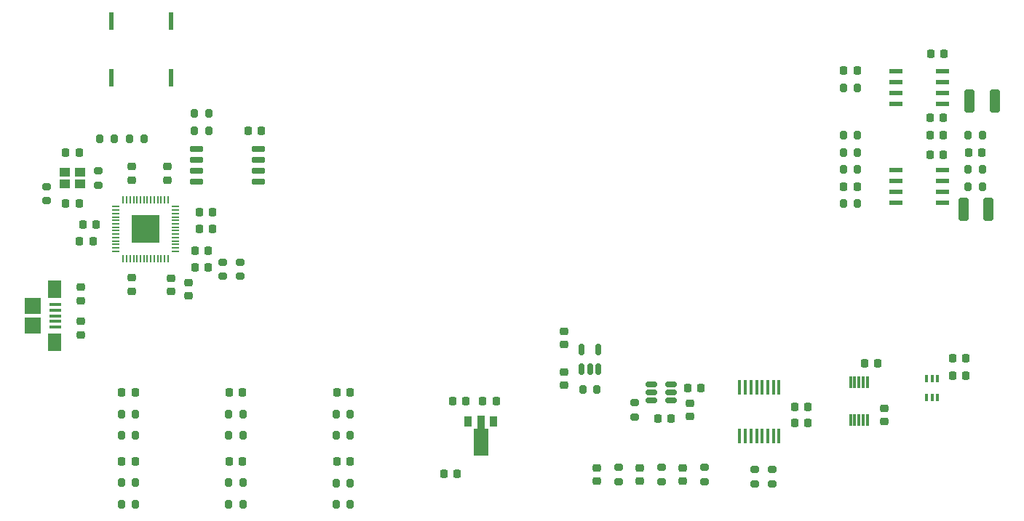
<source format=gtp>
G04 #@! TF.GenerationSoftware,KiCad,Pcbnew,(6.0.5)*
G04 #@! TF.CreationDate,2023-10-11T11:29:23-04:00*
G04 #@! TF.ProjectId,v1,76312e6b-6963-4616-945f-706362585858,rev?*
G04 #@! TF.SameCoordinates,Original*
G04 #@! TF.FileFunction,Paste,Top*
G04 #@! TF.FilePolarity,Positive*
%FSLAX46Y46*%
G04 Gerber Fmt 4.6, Leading zero omitted, Abs format (unit mm)*
G04 Created by KiCad (PCBNEW (6.0.5)) date 2023-10-11 11:29:23*
%MOMM*%
%LPD*%
G01*
G04 APERTURE LIST*
G04 Aperture macros list*
%AMRoundRect*
0 Rectangle with rounded corners*
0 $1 Rounding radius*
0 $2 $3 $4 $5 $6 $7 $8 $9 X,Y pos of 4 corners*
0 Add a 4 corners polygon primitive as box body*
4,1,4,$2,$3,$4,$5,$6,$7,$8,$9,$2,$3,0*
0 Add four circle primitives for the rounded corners*
1,1,$1+$1,$2,$3*
1,1,$1+$1,$4,$5*
1,1,$1+$1,$6,$7*
1,1,$1+$1,$8,$9*
0 Add four rect primitives between the rounded corners*
20,1,$1+$1,$2,$3,$4,$5,0*
20,1,$1+$1,$4,$5,$6,$7,0*
20,1,$1+$1,$6,$7,$8,$9,0*
20,1,$1+$1,$8,$9,$2,$3,0*%
%AMFreePoly0*
4,1,9,3.862500,-0.866500,0.737500,-0.866500,0.737500,-0.450000,-0.737500,-0.450000,-0.737500,0.450000,0.737500,0.450000,0.737500,0.866500,3.862500,0.866500,3.862500,-0.866500,3.862500,-0.866500,$1*%
G04 Aperture macros list end*
%ADD10RoundRect,0.200000X-0.200000X-0.275000X0.200000X-0.275000X0.200000X0.275000X-0.200000X0.275000X0*%
%ADD11RoundRect,0.225000X0.225000X0.250000X-0.225000X0.250000X-0.225000X-0.250000X0.225000X-0.250000X0*%
%ADD12RoundRect,0.200000X0.200000X0.275000X-0.200000X0.275000X-0.200000X-0.275000X0.200000X-0.275000X0*%
%ADD13RoundRect,0.225000X0.250000X-0.225000X0.250000X0.225000X-0.250000X0.225000X-0.250000X-0.225000X0*%
%ADD14RoundRect,0.225000X-0.225000X-0.250000X0.225000X-0.250000X0.225000X0.250000X-0.225000X0.250000X0*%
%ADD15RoundRect,0.200000X0.275000X-0.200000X0.275000X0.200000X-0.275000X0.200000X-0.275000X-0.200000X0*%
%ADD16RoundRect,0.218750X-0.256250X0.218750X-0.256250X-0.218750X0.256250X-0.218750X0.256250X0.218750X0*%
%ADD17RoundRect,0.200000X-0.275000X0.200000X-0.275000X-0.200000X0.275000X-0.200000X0.275000X0.200000X0*%
%ADD18RoundRect,0.225000X-0.250000X0.225000X-0.250000X-0.225000X0.250000X-0.225000X0.250000X0.225000X0*%
%ADD19O,0.200000X0.875000*%
%ADD20O,0.875000X0.200000*%
%ADD21R,3.200000X3.200000*%
%ADD22R,0.558800X2.108200*%
%ADD23R,0.355600X1.676400*%
%ADD24RoundRect,0.150000X0.150000X-0.512500X0.150000X0.512500X-0.150000X0.512500X-0.150000X-0.512500X0*%
%ADD25RoundRect,0.218750X0.256250X-0.218750X0.256250X0.218750X-0.256250X0.218750X-0.256250X-0.218750X0*%
%ADD26RoundRect,0.150000X-0.650000X-0.150000X0.650000X-0.150000X0.650000X0.150000X-0.650000X0.150000X0*%
%ADD27R,1.150000X1.000000*%
%ADD28R,0.400000X0.900000*%
%ADD29RoundRect,0.150000X-0.512500X-0.150000X0.512500X-0.150000X0.512500X0.150000X-0.512500X0.150000X0*%
%ADD30RoundRect,0.250000X-0.325000X-1.100000X0.325000X-1.100000X0.325000X1.100000X-0.325000X1.100000X0*%
%ADD31R,1.500000X0.550000*%
%ADD32R,0.300000X1.400000*%
%ADD33R,1.360000X0.400000*%
%ADD34R,1.900000X1.950000*%
%ADD35R,1.600000X2.100000*%
%ADD36R,0.900000X1.300000*%
%ADD37FreePoly0,270.000000*%
%ADD38RoundRect,0.250000X0.325000X1.100000X-0.325000X1.100000X-0.325000X-1.100000X0.325000X-1.100000X0*%
G04 APERTURE END LIST*
D10*
X124175000Y-120000000D03*
X125825000Y-120000000D03*
D11*
X115500000Y-87000000D03*
X113950000Y-87000000D03*
D12*
X184825000Y-91500000D03*
X183175000Y-91500000D03*
D13*
X100400000Y-92712500D03*
X100400000Y-91162500D03*
D10*
X99175000Y-120000000D03*
X100825000Y-120000000D03*
D14*
X195905000Y-113500000D03*
X197455000Y-113500000D03*
D15*
X158862500Y-120325000D03*
X158862500Y-118675000D03*
D12*
X113325000Y-122500000D03*
X111675000Y-122500000D03*
D11*
X184775000Y-93500000D03*
X183225000Y-93500000D03*
D16*
X159500000Y-126252500D03*
X159500000Y-127827500D03*
D17*
X172875000Y-126487500D03*
X172875000Y-128137500D03*
D14*
X195905000Y-115500000D03*
X197455000Y-115500000D03*
D10*
X99175000Y-128000000D03*
X100825000Y-128000000D03*
D11*
X138275000Y-127000000D03*
X136725000Y-127000000D03*
D18*
X107000000Y-104662500D03*
X107000000Y-106212500D03*
D17*
X113000000Y-102287500D03*
X113000000Y-103937500D03*
D11*
X194775000Y-87500000D03*
X193225000Y-87500000D03*
D17*
X157000000Y-126215000D03*
X157000000Y-127865000D03*
D19*
X104600000Y-95000000D03*
X104200000Y-95000000D03*
X103800000Y-95000000D03*
X103400000Y-95000000D03*
X103000000Y-95000000D03*
X102600000Y-95000000D03*
X102200000Y-95000000D03*
X101800000Y-95000000D03*
X101400000Y-95000000D03*
X101000000Y-95000000D03*
X100600000Y-95000000D03*
X100200000Y-95000000D03*
X99800000Y-95000000D03*
X99400000Y-95000000D03*
D20*
X98562500Y-95837500D03*
X98562500Y-96237500D03*
X98562500Y-96637500D03*
X98562500Y-97037500D03*
X98562500Y-97437500D03*
X98562500Y-97837500D03*
X98562500Y-98237500D03*
X98562500Y-98637500D03*
X98562500Y-99037500D03*
X98562500Y-99437500D03*
X98562500Y-99837500D03*
X98562500Y-100237500D03*
X98562500Y-100637500D03*
X98562500Y-101037500D03*
D19*
X99400000Y-101875000D03*
X99800000Y-101875000D03*
X100200000Y-101875000D03*
X100600000Y-101875000D03*
X101000000Y-101875000D03*
X101400000Y-101875000D03*
X101800000Y-101875000D03*
X102200000Y-101875000D03*
X102600000Y-101875000D03*
X103000000Y-101875000D03*
X103400000Y-101875000D03*
X103800000Y-101875000D03*
X104200000Y-101875000D03*
X104600000Y-101875000D03*
D20*
X105437500Y-101037500D03*
X105437500Y-100637500D03*
X105437500Y-100237500D03*
X105437500Y-99837500D03*
X105437500Y-99437500D03*
X105437500Y-99037500D03*
X105437500Y-98637500D03*
X105437500Y-98237500D03*
X105437500Y-97837500D03*
X105437500Y-97437500D03*
X105437500Y-97037500D03*
X105437500Y-96637500D03*
X105437500Y-96237500D03*
X105437500Y-95837500D03*
D21*
X102000000Y-98437500D03*
D22*
X105000000Y-74199300D03*
X105000000Y-80800700D03*
D10*
X197675000Y-87500000D03*
X199325000Y-87500000D03*
X183175000Y-82000000D03*
X184825000Y-82000000D03*
D23*
X175674999Y-116880600D03*
X175025001Y-116880600D03*
X174374999Y-116880600D03*
X173725001Y-116880600D03*
X173075002Y-116880600D03*
X172425001Y-116880600D03*
X171775002Y-116880600D03*
X171125001Y-116880600D03*
X171125001Y-122519400D03*
X171774999Y-122519400D03*
X172425001Y-122519400D03*
X173074999Y-122519400D03*
X173724998Y-122519400D03*
X174374999Y-122519400D03*
X175024998Y-122519400D03*
X175674999Y-122519400D03*
D10*
X111675000Y-120000000D03*
X113325000Y-120000000D03*
X152875000Y-117100000D03*
X154525000Y-117100000D03*
D11*
X96275000Y-97937500D03*
X94725000Y-97937500D03*
D24*
X152750000Y-114737500D03*
X153700000Y-114737500D03*
X154650000Y-114737500D03*
X154650000Y-112462500D03*
X152750000Y-112462500D03*
D12*
X184825000Y-95500000D03*
X183175000Y-95500000D03*
D15*
X96500000Y-93325000D03*
X96500000Y-91675000D03*
D11*
X94275000Y-89500000D03*
X92725000Y-89500000D03*
D10*
X197675000Y-91500000D03*
X199325000Y-91500000D03*
D25*
X94500000Y-106787500D03*
X94500000Y-105212500D03*
D26*
X107900000Y-89095000D03*
X107900000Y-90365000D03*
X107900000Y-91635000D03*
X107900000Y-92905000D03*
X115100000Y-92905000D03*
X115100000Y-91635000D03*
X115100000Y-90365000D03*
X115100000Y-89095000D03*
D27*
X92625000Y-93200000D03*
X94375000Y-93200000D03*
X94375000Y-91800000D03*
X92625000Y-91800000D03*
D10*
X183175000Y-87500000D03*
X184825000Y-87500000D03*
D12*
X199325000Y-93500000D03*
X197675000Y-93500000D03*
D18*
X150700000Y-115100000D03*
X150700000Y-116650000D03*
D28*
X192850000Y-118100000D03*
X193500000Y-118100000D03*
X194150000Y-118100000D03*
X194150000Y-115900000D03*
X193500000Y-115900000D03*
X192850000Y-115900000D03*
D17*
X111000000Y-102287500D03*
X111000000Y-103937500D03*
D18*
X105000000Y-104162500D03*
X105000000Y-105712500D03*
D14*
X111725000Y-117500000D03*
X113275000Y-117500000D03*
X108225000Y-96437500D03*
X109775000Y-96437500D03*
X99225000Y-125500000D03*
X100775000Y-125500000D03*
D10*
X107675000Y-87000000D03*
X109325000Y-87000000D03*
D13*
X150700000Y-111875000D03*
X150700000Y-110325000D03*
D14*
X111725000Y-125500000D03*
X113275000Y-125500000D03*
X197725000Y-89500000D03*
X199275000Y-89500000D03*
D11*
X194775000Y-89800000D03*
X193225000Y-89800000D03*
D16*
X154500000Y-126252500D03*
X154500000Y-127827500D03*
D17*
X162000000Y-126215000D03*
X162000000Y-127865000D03*
D29*
X160862500Y-116550000D03*
X160862500Y-117500000D03*
X160862500Y-118450000D03*
X163137500Y-118450000D03*
X163137500Y-117500000D03*
X163137500Y-116550000D03*
D12*
X125825000Y-122500000D03*
X124175000Y-122500000D03*
X100825000Y-130500000D03*
X99175000Y-130500000D03*
D14*
X107725000Y-102937500D03*
X109275000Y-102937500D03*
D30*
X197825000Y-83500000D03*
X200775000Y-83500000D03*
D11*
X139275000Y-118500000D03*
X137725000Y-118500000D03*
D10*
X107675000Y-85000000D03*
X109325000Y-85000000D03*
D18*
X165362500Y-118725000D03*
X165362500Y-120275000D03*
D14*
X177525000Y-119200000D03*
X179075000Y-119200000D03*
D11*
X95875000Y-99900000D03*
X94325000Y-99900000D03*
D14*
X124225000Y-117500000D03*
X125775000Y-117500000D03*
X177525000Y-121062500D03*
X179075000Y-121062500D03*
D16*
X94500000Y-109212500D03*
X94500000Y-110787500D03*
X164500000Y-126252500D03*
X164500000Y-127827500D03*
D14*
X108225000Y-98437500D03*
X109775000Y-98437500D03*
D22*
X98000000Y-74199300D03*
X98000000Y-80800700D03*
D31*
X189300000Y-91595000D03*
X189300000Y-92865000D03*
X189300000Y-94135000D03*
X189300000Y-95405000D03*
X194700000Y-95405000D03*
X194700000Y-94135000D03*
X194700000Y-92865000D03*
X194700000Y-91595000D03*
D11*
X125775000Y-125540000D03*
X124225000Y-125540000D03*
D32*
X186000000Y-116300000D03*
X185500000Y-116300000D03*
X185000000Y-116300000D03*
X184500000Y-116300000D03*
X184000000Y-116300000D03*
X184000000Y-120700000D03*
X184500000Y-120700000D03*
X185000000Y-120700000D03*
X185500000Y-120700000D03*
X186000000Y-120700000D03*
D33*
X91500000Y-107250000D03*
X91500000Y-107900000D03*
X91500000Y-108550000D03*
X91500000Y-109200000D03*
X91500000Y-109850000D03*
D34*
X88850000Y-109725000D03*
D35*
X91400000Y-105450000D03*
D34*
X88850000Y-107375000D03*
D35*
X91400000Y-111650000D03*
D14*
X183225000Y-80000000D03*
X184775000Y-80000000D03*
D17*
X167000000Y-126215000D03*
X167000000Y-127865000D03*
D12*
X184825000Y-89500000D03*
X183175000Y-89500000D03*
D31*
X189300000Y-80095000D03*
X189300000Y-81365000D03*
X189300000Y-82635000D03*
X189300000Y-83905000D03*
X194700000Y-83905000D03*
X194700000Y-82635000D03*
X194700000Y-81365000D03*
X194700000Y-80095000D03*
D11*
X163137500Y-120500000D03*
X161587500Y-120500000D03*
D10*
X111675000Y-128000000D03*
X113325000Y-128000000D03*
D12*
X113325000Y-130500000D03*
X111675000Y-130500000D03*
X100825000Y-122500000D03*
X99175000Y-122500000D03*
D14*
X107725000Y-100937500D03*
X109275000Y-100937500D03*
D13*
X104500000Y-92712500D03*
X104500000Y-91162500D03*
D17*
X174875000Y-126487500D03*
X174875000Y-128137500D03*
D14*
X99225000Y-117500000D03*
X100775000Y-117500000D03*
D17*
X90500000Y-93500000D03*
X90500000Y-95150000D03*
D14*
X185654000Y-114079000D03*
X187204000Y-114079000D03*
X92725000Y-95500000D03*
X94275000Y-95500000D03*
D11*
X194775000Y-85500000D03*
X193225000Y-85500000D03*
D36*
X142500000Y-120850000D03*
D37*
X141000000Y-120937500D03*
D36*
X139500000Y-120850000D03*
D13*
X187929000Y-120854000D03*
X187929000Y-119304000D03*
D38*
X200075000Y-96100000D03*
X197125000Y-96100000D03*
D14*
X165087500Y-117000000D03*
X166637500Y-117000000D03*
D18*
X100400000Y-104125000D03*
X100400000Y-105675000D03*
D14*
X141225000Y-118500000D03*
X142775000Y-118500000D03*
D12*
X125825000Y-130540000D03*
X124175000Y-130540000D03*
D10*
X124175000Y-128040000D03*
X125825000Y-128040000D03*
X100175000Y-87937500D03*
X101825000Y-87937500D03*
D11*
X194900000Y-78000000D03*
X193350000Y-78000000D03*
D12*
X98325000Y-87937500D03*
X96675000Y-87937500D03*
M02*

</source>
